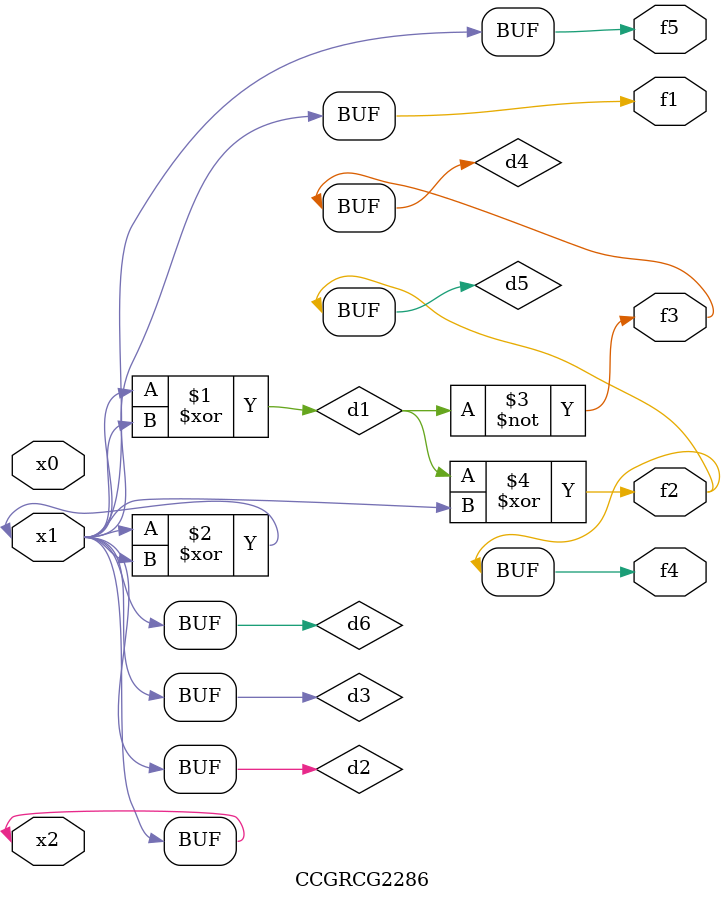
<source format=v>
module CCGRCG2286(
	input x0, x1, x2,
	output f1, f2, f3, f4, f5
);

	wire d1, d2, d3, d4, d5, d6;

	xor (d1, x1, x2);
	buf (d2, x1, x2);
	xor (d3, x1, x2);
	nor (d4, d1);
	xor (d5, d1, d2);
	buf (d6, d2, d3);
	assign f1 = d6;
	assign f2 = d5;
	assign f3 = d4;
	assign f4 = d5;
	assign f5 = d6;
endmodule

</source>
